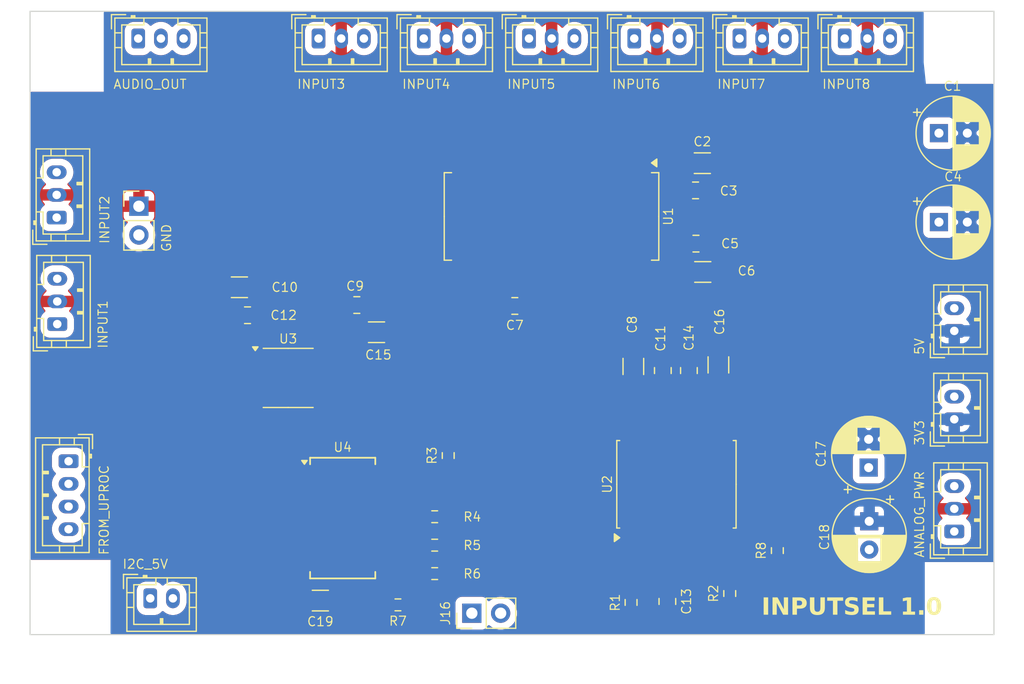
<source format=kicad_pcb>
(kicad_pcb (version 20240108) (generator "pcbnew") (generator_version "8.0")
  (layers (0 "F.Cu" signal) (1 "In1.Cu" signal) (2 "In2.Cu" signal) (31 "B.Cu" signal) (34 "B.Paste" user) (35 "F.Paste" user) (36 "B.SilkS" user "B.Silkscreen") (37 "F.SilkS" user "F.Silkscreen") (38 "B.Mask" user) (39 "F.Mask" user) (44 "Edge.Cuts" user))
  (net 0 "")
  (net 1 "GND")
  (net 2 "AGND")
  (net 3 "RCA1_L")
  (net 4 "RCA1_R")
  (net 5 "RCA2_L")
  (net 6 "RCA2_R")
  (net 7 "RCA3_L")
  (net 8 "RCA4_L")
  (net 9 "RCA4_R")
  (net 10 "3V3")
  (net 11 "RCA3_R")
  (net 12 "V-")
  (net 13 "V+")
  (net 14 "GND_OUT")
  (net 15 "CNT1")
  (net 16 "CNT2")
  (net 17 "SPI_CLK")
  (net 18 "CNT3")
  (net 19 "RCA5_L")
  (net 20 "RCA6_L")
  (net 21 "RCA6_R")
  (net 22 "RCA5_R")
  (net 23 "SPI_MISO")
  (net 24 "ZERO_EN")
  (net 25 "VOL_ENABLE")
  (net 26 "MUTE")
  (net 27 "OUT_L_PRE")
  (net 28 "OUT_R")
  (net 29 "OUT_R_PRE")
  (net 30 "OUT_L")
  (net 31 "5V")
  (net 32 "SDA_5V")
  (net 33 "SCL_5V")
  (net 34 "CS3310_CS")
  (net 35 "SPI_MOSI")
  (net 36 "SPI_IN_5V")
  (net 37 "SPI_CLK_5V")
  (net 38 "SPI_OUT_5V")
  (net 39 "RCA7_L")
  (net 40 "RCA7_R")
  (net 41 "RCA8_R")
  (net 42 "RCA8_L")
  (net 43 "Net-(J16-Pin_1)")
  (net 44 "Net-(U4-~{RESET})")
  (footprint "Connector_PinHeader_2.54mm:PinHeader_1x02_P2.54mm_Vertical" (layer "F.Cu") (at 96.0364 78.365)
    (property "Reference" "J7" (hide yes))
    (property "Value" "Conn_01x02_Male")
    (pad "1" thru_hole rect (at 0 0) (size 1.7 1.7) (drill 1) (layers "*.Cu" "*.Mask") (net 2 "AGND"))
    (pad "2" thru_hole oval (at 0 2.54) (size 1.7 1.7) (drill 1) (layers "*.Cu" "*.Mask") (net 14 "GND_OUT"))
  )
  (footprint "Capacitor_SMD:C_1206_3216Metric_Pad1.33x1.80mm_HandSolder" (layer "F.Cu") (at 145.7589 84.165 180)
    (property "Reference" "C6" (at -3.8625 0.1 0) (layer "F.SilkS") (effects (font (size 0.8 0.8) (thickness 0.1))))
    (property "Value" "10U")
    (pad "1" smd roundrect (at -1.5625 0 180) (size 1.325 1.8) (layers "F.Cu" "F.Paste" "F.Mask") (roundrect_rratio 0.188679) (net 2 "AGND"))
    (pad "2" smd roundrect (at 1.5625 0 180) (size 1.325 1.8) (layers "F.Cu" "F.Paste" "F.Mask") (roundrect_rratio 0.188679) (net 12 "V-"))
  )
  (footprint "MountingHole:MountingHole_3.2mm_M3" (layer "F.Cu") (at 168.9364 113.665)
    (property "Reference" "H4" (hide yes))
    (property "Value" "MountingHole")
    (pad "" np_thru_hole circle (at 0 0) (size 3.2 3.2) (drill 3.2) (layers "*.Cu" "*.Mask"))
  )
  (footprint "Capacitor_SMD:C_1206_3216Metric_Pad1.33x1.80mm_HandSolder" (layer "F.Cu") (at 147.1364 92.365 90)
    (property "Reference" "C16" (at 3.8 0.1 90) (layer "F.SilkS") (effects (font (size 0.8 0.8) (thickness 0.1))))
    (property "Value" "10U")
    (pad "1" smd roundrect (at -1.5625 0 90) (size 1.325 1.8) (layers "F.Cu" "F.Paste" "F.Mask") (roundrect_rratio 0.188679) (net 12 "V-"))
    (pad "2" smd roundrect (at 1.5625 0 90) (size 1.325 1.8) (layers "F.Cu" "F.Paste" "F.Mask") (roundrect_rratio 0.188679) (net 2 "AGND"))
  )
  (footprint "Connector_JST:JST_PH_B3B-PH-K_1x03_P2.00mm_Vertical" (layer "F.Cu") (at 148.9964 63.565)
    (property "Reference" "J5" (hide yes))
    (property "Value" "Conn_01x03_Pin")
    (pad "1" thru_hole roundrect (at 0 0) (size 1.2 1.75) (drill 0.75) (layers "*.Cu" "*.Mask") (roundrect_rratio 0.208333) (net 39 "RCA7_L"))
    (pad "2" thru_hole oval (at 2 0) (size 1.2 1.75) (drill 0.75) (layers "*.Cu" "*.Mask") (net 2 "AGND"))
    (pad "3" thru_hole oval (at 4 0) (size 1.2 1.75) (drill 0.75) (layers "*.Cu" "*.Mask") (net 40 "RCA7_R"))
  )
  (footprint "Resistor_SMD:R_0603_1608Metric_Pad0.98x0.95mm_HandSolder" (layer "F.Cu") (at 152.3364 108.7525 90)
    (property "Reference" "R8" (at 0 -1.43 90) (layer "F.SilkS") (effects (font (size 0.8 0.8) (thickness 0.1))))
    (property "Value" "4.7K")
    (pad "1" smd roundrect (at -0.9125 0 90) (size 0.975 0.95) (layers "F.Cu" "F.Paste" "F.Mask") (net 1 "GND"))
    (pad "2" smd roundrect (at 0.9125 0 90) (size 0.975 0.95) (layers "F.Cu" "F.Paste" "F.Mask") (net 26 "MUTE"))
  )
  (footprint "Capacitor_SMD:C_1206_3216Metric_Pad1.33x1.80mm_HandSolder" (layer "F.Cu") (at 116.9897 89.4832)
    (property "Reference" "C15" (at 0.1625 2 0) (layer "F.SilkS") (effects (font (size 0.8 0.8) (thickness 0.1))))
    (property "Value" "10U")
    (pad "1" smd roundrect (at -1.5625 0) (size 1.325 1.8) (layers "F.Cu" "F.Paste" "F.Mask") (roundrect_rratio 0.188679) (net 31 "5V"))
    (pad "2" smd roundrect (at 1.5625 0) (size 1.325 1.8) (layers "F.Cu" "F.Paste" "F.Mask") (roundrect_rratio 0.188679) (net 1 "GND"))
  )
  (footprint "Capacitor_SMD:C_1206_3216Metric_Pad1.33x1.80mm_HandSolder" (layer "F.Cu") (at 104.8989 85.515 180)
    (property "Reference" "C10" (at -4 0 0) (layer "F.SilkS") (effects (font (size 0.8 0.8) (thickness 0.1))))
    (property "Value" "10U")
    (pad "1" smd roundrect (at -1.5625 0 180) (size 1.325 1.8) (layers "F.Cu" "F.Paste" "F.Mask") (roundrect_rratio 0.188679) (net 10 "3V3"))
    (pad "2" smd roundrect (at 1.5625 0 180) (size 1.325 1.8) (layers "F.Cu" "F.Paste" "F.Mask") (roundrect_rratio 0.188679) (net 1 "GND"))
  )
  (footprint "Resistor_SMD:R_0603_1608Metric_Pad0.98x0.95mm_HandSolder" (layer "F.Cu") (at 148.1364 112.54 90)
    (property "Reference" "R2" (at 0 -1.43 90) (layer "F.SilkS") (effects (font (size 0.8 0.8) (thickness 0.1))))
    (property "Value" "4.7K")
    (pad "1" smd roundrect (at -0.9125 0 90) (size 0.975 0.95) (layers "F.Cu" "F.Paste" "F.Mask") (net 1 "GND"))
    (pad "2" smd roundrect (at 0.9125 0 90) (size 0.975 0.95) (layers "F.Cu" "F.Paste" "F.Mask") (net 26 "MUTE"))
  )
  (footprint "Connector_JST:JST_PH_B3B-PH-K_1x03_P2.00mm_Vertical" (layer "F.Cu") (at 111.8764 63.565)
    (property "Reference" "J1" (hide yes))
    (property "Value" "Conn_01x03_Pin")
    (pad "1" thru_hole roundrect (at 0 0) (size 1.2 1.75) (drill 0.75) (layers "*.Cu" "*.Mask") (roundrect_rratio 0.2083333333) (net 7 "RCA3_L"))
    (pad "2" thru_hole oval (at 2 0) (size 1.2 1.75) (drill 0.75) (layers "*.Cu" "*.Mask") (net 2 "AGND"))
    (pad "3" thru_hole oval (at 4 0) (size 1.2 1.75) (drill 0.75) (layers "*.Cu" "*.Mask") (net 11 "RCA3_R"))
  )
  (footprint "Package_SO:SOIC-16W_7.5x10.3mm_P1.27mm" (layer "F.Cu") (at 143.4364 102.9025 90)
    (property "Reference" "U2" (at 0 -6.1 90) (layer "F.SilkS") (effects (font (size 0.8 0.8) (thickness 0.1))))
    (property "Value" "CS3310")
    (pad "1" smd roundrect (at -4.65 -4.445 90) (size 2.05 0.6) (layers "F.Cu" "F.Paste" "F.Mask") (net 24 "ZERO_EN"))
    (pad "2" smd roundrect (at -4.65 -3.175 90) (size 2.05 0.6) (layers "F.Cu" "F.Paste" "F.Mask") (net 25 "VOL_ENABLE"))
    (pad "3" smd roundrect (at -4.65 -1.905 90) (size 2.05 0.6) (layers "F.Cu" "F.Paste" "F.Mask") (net 36 "SPI_IN_5V"))
    (pad "4" smd roundrect (at -4.65 -0.635 90) (size 2.05 0.6) (layers "F.Cu" "F.Paste" "F.Mask") (net 13 "V+"))
    (pad "5" smd roundrect (at -4.65 0.635 90) (size 2.05 0.6) (layers "F.Cu" "F.Paste" "F.Mask") (net 1 "GND"))
    (pad "6" smd roundrect (at -4.65 1.905 90) (size 2.05 0.6) (layers "F.Cu" "F.Paste" "F.Mask") (net 37 "SPI_CLK_5V"))
    (pad "7" smd roundrect (at -4.65 3.175 90) (size 2.05 0.6) (layers "F.Cu" "F.Paste" "F.Mask") (net 38 "SPI_OUT_5V"))
    (pad "8" smd roundrect (at -4.65 4.445 90) (size 2.05 0.6) (layers "F.Cu" "F.Paste" "F.Mask") (net 26 "MUTE"))
    (pad "9" smd roundrect (at 4.65 4.445 90) (size 2.05 0.6) (layers "F.Cu" "F.Paste" "F.Mask") (net 28 "OUT_R"))
    (pad "10" smd roundrect (at 4.65 3.175 90) (size 2.05 0.6) (layers "F.Cu" "F.Paste" "F.Mask") (net 2 "AGND"))
    (pad "11" smd roundrect (at 4.65 1.905 90) (size 2.05 0.6) (layers "F.Cu" "F.Paste" "F.Mask") (net 28 "OUT_R"))
    (pad "12" smd roundrect (at 4.65 0.635 90) (size 2.05 0.6) (layers "F.Cu" "F.Paste" "F.Mask") (net 13 "V+"))
    (pad "13" smd roundrect (at 4.65 -0.635 90) (size 2.05 0.6) (layers "F.Cu" "F.Paste" "F.Mask") (net 12 "V-"))
    (pad "14" smd roundrect (at 4.65 -1.905 90) (size 2.05 0.6) (layers "F.Cu" "F.Paste" "F.Mask") (net 30 "OUT_L"))
    (pad "15" smd roundrect (at 4.65 -3.175 90) (size 2.05 0.6) (layers "F.Cu" "F.Paste" "F.Mask") (net 2 "AGND"))
    (pad "16" smd roundrect (at 4.65 -4.445 90) (size 2.05 0.6) (layers "F.Cu" "F.Paste" "F.Mask") (net 30 "OUT_L"))
  )
  (footprint "Resistor_SMD:R_0603_1608Metric_Pad0.98x0.95mm_HandSolder" (layer "F.Cu") (at 123.3114 100.365 90)
    (property "Reference" "R3" (at 0 -1.43 90) (layer "F.SilkS") (effects (font (size 0.8 0.8) (thickness 0.1))))
    (property "Value" "4.7K")
    (pad "1" smd roundrect (at -0.9125 0 90) (size 0.975 0.95) (layers "F.Cu" "F.Paste" "F.Mask") (net 31 "5V"))
    (pad "2" smd roundrect (at 0.9125 0 90) (size 0.975 0.95) (layers "F.Cu" "F.Paste" "F.Mask") (net 44 "Net-(U4-~{RESET})"))
  )
  (footprint "Connector_JST:JST_PH_B3B-PH-K_1x03_P2.00mm_Vertical" (layer "F.Cu") (at 139.7164 63.565)
    (property "Reference" "J4" (hide yes))
    (property "Value" "Conn_01x03_Pin")
    (pad "1" thru_hole roundrect (at 0 0) (size 1.2 1.75) (drill 0.75) (layers "*.Cu" "*.Mask") (roundrect_rratio 0.208333) (net 19 "RCA5_L"))
    (pad "2" thru_hole oval (at 2 0) (size 1.2 1.75) (drill 0.75) (layers "*.Cu" "*.Mask") (net 2 "AGND"))
    (pad "3" thru_hole oval (at 4 0) (size 1.2 1.75) (drill 0.75) (layers "*.Cu" "*.Mask") (net 22 "RCA5_R"))
  )
  (footprint "Capacitor_SMD:C_0805_2012Metric_Pad1.18x1.45mm_HandSolder" (layer "F.Cu") (at 129.1839 87.165)
    (property "Reference" "C7" (at 0 1.7 0) (layer "F.SilkS") (effects (font (size 0.8 0.8) (thickness 0.1))))
    (property "Value" "0.1U")
    (pad "1" smd roundrect (at -1.0375 0) (size 1.175 1.45) (layers "F.Cu" "F.Paste" "F.Mask") (roundrect_rratio 0.212766) (net 13 "V+"))
    (pad "2" smd roundrect (at 1.0375 0) (size 1.175 1.45) (layers "F.Cu" "F.Paste" "F.Mask") (roundrect_rratio 0.212766) (net 2 "AGND"))
  )
  (footprint "Capacitor_THT:CP_Radial_D6.3mm_P2.50mm" (layer "F.Cu") (at 166.5864 71.915)
    (property "Reference" "C1" (at 1.2 -4.15 0) (layer "F.SilkS") (effects (font (size 0.8 0.8) (thickness 0.1))))
    (property "Value" "470u")
    (pad "1" thru_hole rect (at 0 0) (size 1.6 1.6) (drill 0.8) (layers "*.Cu" "*.Mask") (net 10 "3V3"))
    (pad "2" thru_hole circle (at 2.5 0) (size 1.6 1.6) (drill 0.8) (layers "*.Cu" "*.Mask") (net 1 "GND"))
  )
  (footprint "Capacitor_SMD:C_0805_2012Metric_Pad1.18x1.45mm_HandSolder" (layer "F.Cu") (at 144.5364 92.865 90)
    (property "Reference" "C14" (at 2.9 0 90) (layer "F.SilkS") (effects (font (size 0.8 0.8) (thickness 0.1))))
    (property "Value" "0.1U")
    (pad "1" smd roundrect (at -1.0375 0 90) (size 1.175 1.45) (layers "F.Cu" "F.Paste" "F.Mask") (roundrect_rratio 0.212766) (net 12 "V-"))
    (pad "2" smd roundrect (at 1.0375 0 90) (size 1.175 1.45) (layers "F.Cu" "F.Paste" "F.Mask") (roundrect_rratio 0.212766) (net 2 "AGND"))
  )
  (footprint "Connector_JST:JST_PH_B4B-PH-K_1x04_P2.00mm_Vertical" (layer "F.Cu") (at 89.8364 100.865 -90)
    (property "Reference" "J12" (hide yes))
    (property "Value" "Conn_01x04_Pin")
    (pad "1" thru_hole roundrect (at 0 0 270) (size 1.2 1.75) (drill 0.75) (layers "*.Cu" "*.Mask") (roundrect_rratio 0.208333) (net 23 "SPI_MISO"))
    (pad "2" thru_hole oval (at 2 0 270) (size 1.2 1.75) (drill 0.75) (layers "*.Cu" "*.Mask") (net 35 "SPI_MOSI"))
    (pad "3" thru_hole oval (at 4 0 270) (size 1.2 1.75) (drill 0.75) (layers "*.Cu" "*.Mask") (net 17 "SPI_CLK"))
    (pad "4" thru_hole oval (at 6 0 270) (size 1.2 1.75) (drill 0.75) (layers "*.Cu" "*.Mask") (net 34 "CS3310_CS"))
  )
  (footprint "Package_SO:SSOP-28_5.3x10.2mm_P0.65mm" (layer "F.Cu") (at 114.0067 105.8831)
    (property "Reference" "U4" (at 0 -6.25 0) (layer "F.SilkS") (effects (font (size 0.8 0.8) (thickness 0.1))))
    (property "Value" "MCP23017_SS")
    (pad "1" smd rect (at -3.6 -4.225) (size 1.75 0.45) (layers "F.Cu" "F.Paste" "F.Mask") (net 26 "MUTE"))
    (pad "2" smd rect (at -3.6 -3.575) (size 1.75 0.45) (layers "F.Cu" "F.Paste" "F.Mask") (net 24 "ZERO_EN"))
    (pad "3" smd rect (at -3.6 -2.925) (size 1.75 0.45) (layers "F.Cu" "F.Paste" "F.Mask"))
    (pad "4" smd rect (at -3.6 -2.275) (size 1.75 0.45) (layers "F.Cu" "F.Paste" "F.Mask"))
    (pad "5" smd rect (at -3.6 -1.625) (size 1.75 0.45) (layers "F.Cu" "F.Paste" "F.Mask"))
    (pad "6" smd rect (at -3.6 -0.975) (size 1.75 0.45) (layers "F.Cu" "F.Paste" "F.Mask"))
    (pad "7" smd rect (at -3.6 -0.325) (size 1.75 0.45) (layers "F.Cu" "F.Paste" "F.Mask"))
    (pad "8" smd rect (at -3.6 0.325) (size 1.75 0.45) (layers "F.Cu" "F.Paste" "F.Mask"))
    (pad "9" smd rect (at -3.6 0.975) (size 1.75 0.45) (layers "F.Cu" "F.Paste" "F.Mask") (net 31 "5V"))
    (pad "10" smd rect (at -3.6 1.625) (size 1.75 0.45) (layers "F.Cu" "F.Paste" "F.Mask") (net 1 "GND"))
    (pad "11" smd rect (at -3.6 2.275) (size 1.75 0.45) (layers "F.Cu" "F.Paste" "F.Mask"))
    (pad "12" smd rect (at -3.6 2.925) (size 1.75 0.45) (layers "F.Cu" "F.Paste" "F.Mask") (net 33 "SCL_5V"))
    (pad "13" smd rect (at -3.6 3.575) (size 1.75 0.45) (layers "F.Cu" "F.Paste" "F.Mask") (net 32 "SDA_5V"))
    (pad "14" smd rect (at -3.6 4.225) (size 1.75 0.45) (layers "F.Cu" "F.Paste" "F.Mask"))
    (pad "15" smd rect (at 3.6 4.225) (size 1.75 0.45) (layers "F.Cu" "F.Paste" "F.Mask") (net 43 "Net-(J16-Pin_1)"))
    (pad "16" smd rect (at 3.6 3.575) (size 1.75 0.45) (layers "F.Cu" "F.Paste" "F.Mask") (net 1 "GND"))
    (pad "17" smd rect (at 3.6 2.925) (size 1.75 0.45) (layers "F.Cu" "F.Paste" "F.Mask") (net 1 "GND"))
    (pad "18" smd rect (at 3.6 2.275) (size 1.75 0.45) (layers "F.Cu" "F.Paste" "F.Mask") (net 44 "Net-(U4-~{RESET})"))
    (pad "19" smd rect (at 3.6 1.625) (size 1.75 0.45) (layers "F.Cu" "F.Paste" "F.Mask"))
    (pad "20" smd rect (at 3.6 0.975) (size 1.75 0.45) (layers "F.Cu" "F.Paste" "F.Mask"))
    (pad "21" smd rect (at 3.6 0.325) (size 1.75 0.45) (layers "F.Cu" "F.Paste" "F.Mask") (net 15 "CNT1"))
    (pad "22" smd rect (at 3.6 -0.325) (size 1.75 0.45) (layers "F.Cu" "F.Paste" "F.Mask") (net 16 "CNT2"))
    (pad "23" smd rect (at 3.6 -0.975) (size 1.75 0.45) (layers "F.Cu" "F.Paste" "F.Mask") (net 18 "CNT3"))
    (pad "24" smd rect (at 3.6 -1.625) (size 1.75 0.45) (layers "F.Cu" "F.Paste" "F.Mask"))
    (pad "25" smd rect (at 3.6 -2.275) (size 1.75 0.45) (layers "F.Cu" "F.Paste" "F.Mask"))
    (pad "26" smd rect (at 3.6 -2.925) (size 1.75 0.45) (layers "F.Cu" "F.Paste" "F.Mask"))
    (pad "27" smd rect (at 3.6 -3.575) (size 1.75 0.45) (layers "F.Cu" "F.Paste" "F.Mask"))
    (pad "28" smd rect (at 3.6 -4.225) (size 1.75 0.45) (layers "F.Cu" "F.Paste" "F.Mask"))
  )
  (footprint "MountingHole:MountingHole_3.2mm_M3" (layer "F.Cu") (at 88.9364 63.665)
    (property "Reference" "H1" (hide yes))
    (property "Value" "MountingHole")
    (pad "" np_thru_hole circle (at 0 0) (size 3.2 3.2) (drill 3.2) (layers "*.Cu" "*.Mask"))
  )
  (footprint "Connector_JST:JST_PH_B2B-PH-K_1x02_P2.00mm_Vertical" (layer "F.Cu") (at 167.9364 97.165 90)
    (property "Reference" "J11" (hide yes))
    (property "Value" "Conn_01x02_Male")
    (pad "1" thru_hole roundrect (at 0 0 90) (size 1.2 1.75) (drill 0.75) (layers "*.Cu" "*.Mask") (roundrect_rratio 0.208333) (net 1 "GND"))
    (pad "2" thru_hole oval (at 2 0 90) (size 1.2 1.75) (drill 0.75) (layers "*.Cu" "*.Mask") (net 10 "3V3"))
  )
  (footprint "Resistor_SMD:R_0603_1608Metric_Pad0.98x0.95mm_HandSolder" (layer "F.Cu") (at 122.1192 110.7831)
    (property "Reference" "R6" (at 3.3125 0.02 0) (layer "F.SilkS") (effects (font (size 0.8 0.8) (thickness 0.1))))
    (property "Value" "4.7K")
    (pad "1" smd roundrect (at -0.9125 0) (size 0.975 0.95) (layers "F.Cu" "F.Paste" "F.Mask") (net 1 "GND"))
    (pad "2" smd roundrect (at 0.9125 0) (size 0.975 0.95) (layers "F.Cu" "F.Paste" "F.Mask") (net 15 "CNT1"))
  )
  (footprint "Capacitor_SMD:C_0805_2012Metric_Pad1.18x1.45mm_HandSolder" (layer "F.Cu") (at 145.1589 81.665)
    (property "Reference" "C5" (at 3 0 0) (layer "F.SilkS") (effects (font (size 0.8 0.8) (thickness 0.1))))
    (property "Value" "0.1U")
    (pad "1" smd roundrect (at -1.0375 0) (size 1.175 1.45) (layers "F.Cu" "F.Paste" "F.Mask") (roundrect_rratio 0.212766) (net 12 "V-"))
    (pad "2" smd roundrect (at 1.0375 0) (size 1.175 1.45) (layers "F.Cu" "F.Paste" "F.Mask") (roundrect_rratio 0.212766) (net 2 "AGND"))
  )
  (footprint "Connector_JST:JST_PH_B3B-PH-K_1x03_P2.00mm_Vertical" (layer "F.Cu") (at 88.7864 79.365 90)
    (property "Reference" "J9" (hide yes))
    (property "Value" "Conn_01x03_Pin")
    (pad "1" thru_hole roundrect (at 0 0 90) (size 1.2 1.75) (drill 0.75) (layers "*.Cu" "*.Mask") (roundrect_rratio 0.2083333333) (net 5 "RCA2_L"))
    (pad "2" thru_hole oval (at 2 0 90) (size 1.2 1.75) (drill 0.75) (layers "*.Cu" "*.Mask") (net 2 "AGND"))
    (pad "3" thru_hole oval (at 4 0 90) (size 1.2 1.75) (drill 0.75) (layers "*.Cu" "*.Mask") (net 6 "RCA2_R"))
  )
  (footprint "Connector_JST:JST_PH_B3B-PH-K_1x03_P2.00mm_Vertical" (layer "F.Cu") (at 88.8364 88.765 90)
    (property "Reference" "J15" (hide yes))
    (property "Value" "Conn_01x03_Pin")
    (pad "1" thru_hole roundrect (at 0 0 90) (size 1.2 1.75) (drill 0.75) (layers "*.Cu" "*.Mask") (roundrect_rratio 0.2083333333) (net 3 "RCA1_L"))
    (pad "2" thru_hole oval (at 2 0 90) (size 1.2 1.75) (drill 0.75) (layers "*.Cu" "*.Mask") (net 2 "AGND"))
    (pad "3" thru_hole oval (at 4 0 90) (size 1.2 1.75) (drill 0.75) (layers "*.Cu" "*.Mask") (net 4 "RCA1_R"))
  )
  (footprint "Resistor_SMD:R_0603_1608Metric_Pad0.98x0.95mm_HandSolder" (layer "F.Cu") (at 139.4364 113.3275 -90)
    (property "Reference" "R1" (at 0.0125 1.4 90) (layer "F.SilkS") (effects (font (size 0.8 0.8) (thickness 0.1))))
    (property "Value" "4.7K")
    (pad "1" smd roundrect (at -0.9125 0 270) (size 0.975 0.95) (layers "F.Cu" "F.Paste" "F.Mask") (net 31 "5V"))
    (pad "2" smd roundrect (at 0.9125 0 270) (size 0.975 0.95) (layers "F.Cu" "F.Paste" "F.Mask") (net 24 "ZERO_EN"))
  )
  (footprint "Resistor_SMD:R_0603_1608Metric_Pad0.98x0.95mm_HandSolder" (layer "F.Cu") (at 122.1192 105.7631)
    (property "Reference" "R4" (at 3.3125 0.02 0) (layer "F.SilkS") (effects (font (size 0.8 0.8) (thickness 0.1))))
    (property "Value" "4.7K")
    (pad "1" smd roundrect (at -0.9125 0) (size 0.975 0.95) (layers "F.Cu" "F.Paste" "F.Mask") (net 1 "GND"))
    (pad "2" smd roundrect (at 0.9125 0) (size 0.975 0.95) (layers "F.Cu" "F.Paste" "F.Mask") (net 18 "CNT3"))
  )
  (footprint "Resistor_SMD:R_0603_1608Metric_Pad0.98x0.95mm_HandSolder" (layer "F.Cu") (at 122.1192 108.2731)
    (property "Reference" "R5" (at 3.3125 0.02 0) (layer "F.SilkS") (effects (font (size 0.8 0.8) (thickness 0.1))))
    (property "Value" "4.7K")
    (pad "1" smd roundrect (at -0.9125 0) (size 0.975 0.95) (layers "F.Cu" "F.Paste" "F.Mask") (net 1 "GND"))
    (pad "2" smd roundrect (at 0.9125 0) (size 0.975 0.95) (layers "F.Cu" "F.Paste" "F.Mask") (net 16 "CNT2"))
  )
  (footprint "Capacitor_SMD:C_1206_3216Metric_Pad1.33x1.80mm_HandSolder" (layer "F.Cu") (at 145.7214 74.565)
    (property "Reference" "C2" (at 0 -1.9 0) (layer "F.SilkS") (effects (font (size 0.8 0.8) (thickness 0.1))))
    (property "Value" "10U")
    (pad "1" smd roundrect (at -1.5625 0) (size 1.325 1.8) (layers "F.Cu" "F.Paste" "F.Mask") (roundrect_rratio 0.188679) (net 13 "V+"))
    (pad "2" smd roundrect (at 1.5625 0) (size 1.325 1.8) (layers "F.Cu" "F.Paste" "F.Mask") (roundrect_rratio 0.188679) (net 2 "AGND"))
  )
  (footprint "Connector_JST:JST_PH_B3B-PH-K_1x03_P2.00mm_Vertical" (layer "F.Cu") (at 95.9764 63.565)
    (property "Reference" "J18" (hide yes))
    (property "Value" "Conn_01x03_Pin")
    (pad "1" thru_hole roundrect (at 0 0) (size 1.2 1.75) (drill 0.75) (layers "*.Cu" "*.Mask") (roundrect_rratio 0.208333) (net 30 "OUT_L"))
    (pad "2" thru_hole oval (at 2 0) (size 1.2 1.75) (drill 0.75) (layers "*.Cu" "*.Mask") (net 14 "GND_OUT"))
    (pad "3" thru_hole oval (at 4 0) (size 1.2 1.75) (drill 0.75) (layers "*.Cu" "*.Mask") (net 28 "OUT_R"))
  )
  (footprint "Capacitor_SMD:C_0805_2012Metric_Pad1.18x1.45mm_HandSolder" (layer "F.Cu") (at 145.1214 76.965)
    (property "Reference" "C3" (at 2.922475 0.045277 0) (layer "F.SilkS") (effects (font (size 0.8 0.8) (thickness 0.1))))
    (property "Value" "0.1U")
    (pad "1" smd roundrect (at -1.0375 0) (size 1.175 1.45) (layers "F.Cu" "F.Paste" "F.Mask") (roundrect_rratio 0.212766) (net 13 "V+"))
    (pad "2" smd roundrect (at 1.0375 0) (size 1.175 1.45) (layers "F.Cu" "F.Paste" "F.Mask") (roundrect_rratio 0.212766) (net 2 "AGND"))
  )
  (footprint "Package_SO:TSSOP-14_4.4x5mm_P0.65mm" (layer "F.Cu") (at 109.1989 93.515)
    (property "Reference" "U3" (at 0 -3.45 0) (layer "F.SilkS") (effects (font (size 0.8 0.8) (thickness 0.1))))
    (property "Value" "TXS0104E")
    (pad "1" smd roundrect (at -2.8625 -1.95) (size 1.475 0.4) (layers "F.Cu" "F.Paste" "F.Mask") (net 10 "3V3"))
    (pad "2" smd roundrect (at -2.8625 -1.3) (size 1.475 0.4) (layers "F.Cu" "F.Paste" "F.Mask") (net 35 "SPI_MOSI"))
    (pad "3" smd roundrect (at -2.8625 -0.65) (size 1.475 0.4) (layers "F.Cu" "F.Paste" "F.Mask") (net 23 "SPI_MISO"))
    (pad "4" smd roundrect (at -2.8625 0) (size 1.475 0.4) (layers "F.Cu" "F.Paste" "F.Mask") (net 17 "SPI_CLK"))
    (pad "5" smd roundrect (at -2.8625 0.65) (size 1.475 0.4) (layers "F.Cu" "F.Paste" "F.Mask") (net 34 "CS3310_CS"))
    (pad "6" smd roundrect (at -2.8625 1.3) (size 1.475 0.4) (layers "F.Cu" "F.Paste" "F.Mask"))
    (pad "7" smd roundrect (at -2.8625 1.95) (size 1.475 0.4) (layers "F.Cu" "F.Paste" "F.Mask") (net 1 "GND"))
    (pad "8" smd roundrect (at 2.8625 1.95) (size 1.475 0.4) (layers "F.Cu" "F.Paste" "F.Mask") (net 10 "3V3"))
    (pad "9" smd roundrect (at 2.8625 1.3) (size 1.475 0.4) (layers "F.Cu" "F.Paste" "F.Mask"))
    (pad "10" smd roundrect (at 2.8625 0.65) (size 1.475 0.4) (layers "F.Cu" "F.Paste" "F.Mask") (net 25 "VOL_ENABLE"))
    (pad "11" smd roundrect (at 2.8625 0) (size 1.475 0.4) (layers "F.Cu" "F.Paste" "F.Mask") (net 37 "SPI_CLK_5V"))
    (pad "12" smd roundrect (at 2.8625 -0.65) (size 1.475 0.4) (layers "F.Cu" "F.Paste" "F.Mask") (net 38 "SPI_OUT_5V"))
    (pad "13" smd roundrect (at 2.8625 -1.3) (size 1.475 0.4) (layers "F.Cu" "F.Paste" "F.Mask") (net 36 "SPI_IN_5V"))
    (pad "14" smd roundrect (at 2.8625 -1.95) (size 1.475 0.4) (layers "F.Cu" "F.Paste" "F.Mask") (net 31 "5V"))
  )
  (footprint "Connector_JST:JST_PH_B3B-PH-K_1x03_P2.00mm_Vertical" (layer "F.Cu") (at 158.2764 63.565)
    (property "Reference" "J17" (hide yes))
    (property "Value" "Conn_01x03_Pin")
    (pad "1" thru_hole roundrect (at 0 0) (size 1.2 1.75) (drill 0.75) (layers "*.Cu" "*.Mask") (roundrect_rratio 0.208333) (net 42 "RCA8_L"))
    (pad "2" thru_hole oval (at 2 0) (size 1.2 1.75) (drill 0.75) (layers "*.Cu" "*.Mask") (net 2 "AGND"))
    (pad "3" thru_hole oval (at 4 0) (size 1.2 1.75) (drill 0.75) (layers "*.Cu" "*.Mask") (net 41 "RCA8_R"))
  )
  (footprint "Capacitor_SMD:C_0805_2012Metric_Pad1.18x1.45mm_HandSolder" (layer "F.Cu") (at 142.6364 113.24 -90)
    (property "Reference" "C13" (at 0 -1.68 90) (layer "F.SilkS") (effects (font (size 0.8 0.8) (thickness 0.1))))
    (property "Value" "0.1U")
    (pad "1" smd roundrect (at -1.0375 0 270) (size 1.175 1.45) (layers "F.Cu" "F.Paste" "F.Mask") (roundrect_rratio 0.212766) (net 31 "5V"))
    (pad "2" smd roundrect (at 1.0375 0 270) (size 1.175 1.45) (layers "F.Cu" "F.Paste" "F.Mask") (roundrect_rratio 0.212766) (net 1 "GND"))
  )
  (footprint "Capacitor_SMD:C_1206_3216Metric_Pad1.33x1.80mm_HandSolder" (layer "F.Cu") (at 112.0364 113.165 180)
    (property "Reference" "C19" (at 0 -1.85 0) (layer "F.SilkS") (effects (font (size 0.8 0.8) (thickness 0.1))))
    (property "Value" "10U")
    (pad "1" smd roundrect (at -1.5625 0 180) (size 1.325 1.8) (layers "F.Cu" "F.Paste" "F.Mask") (roundrect_rratio 0.188679) (net 1 "GND"))
    (pad "2" smd roundrect (at 1.5625 0 180) (size 1.325 1.8) (layers "F.Cu" "F.Paste" "F.Mask") (roundrect_rratio 0.188679) (net 31 "5V"))
  )
  (footprint "Connector_PinHeader_2.54mm:PinHeader_1x02_P2.54mm_Vertical" (layer "F.Cu") (at 125.3943 114.2771 90)
    (property "Reference" "J16" (at 0 -2.33 90) (layer "F.SilkS") (effects (font (size 0.8 0.8) (thickness 0.1))))
    (property "Value" "Conn_01x02_Pin")
    (pad "1" thru_hole rect (at 0 0 90) (size 1.7 1.7) (drill 1) (layers "*.Cu" "*.Mask") (net 43 "Net-(J16-Pin_1)"))
    (pad "2" thru_hole oval (at 0 2.54 90) (size 1.7 1.7) (drill 1) (layers "*.Cu" "*.Mask") (net 31 "5V"))
  )
  (footprint "Capacitor_SMD:C_0805_2012Metric_Pad1.18x1.45mm_HandSolder" (layer "F.Cu") (at 142.2364 92.865 90)
    (property "Reference" "C11" (at 2.8375 -0.2 90) (layer "F.SilkS") (effects (font (size 0.8 0.8) (thickness 0.1))))
    (property "Value" "0.1U")
    (pad "1" smd roundrect (at -1.0375 0 90) (size 1.175 1.45) (layers "F.Cu" "F.Paste" "F.Mask") (roundrect_rratio 0.212766) (net 13 "V+"))
    (pad "2" smd roundrect (at 1.0375 0 90) (size 1.175 1.45) (layers "F.Cu" "F.Paste" "F.Mask") (roundrect_rratio 0.212766) (net 2 "AGND"))
  )
  (footprint "Connector_JST:JST_PH_B2B-PH-K_1x02_P2.00mm_Vertical" (layer "F.Cu") (at 97.0364 112.965)
    (property "Reference" "J14" (hide yes))
    (property "Value" "Conn_01x02_Male")
    (pad "1" thru_hole roundrect (at 0 0) (size 1.2 1.75) (drill 0.75) (layers "*.Cu" "*.Mask") (roundrect_rratio 0.2083333333) (net 33 "SCL_5V"))
    (pad "2" thru_hole oval (at 2 0) (size 1.2 1.75) (drill 0.75) (layers "*.Cu" "*.Mask") (net 32 "SDA_5V"))
  )
  (footprint "Capacitor_SMD:C_0805_2012Metric_Pad1.18x1.45mm_HandSolder" (layer "F.Cu") (at 105.6147 87.9832 180)
    (property "Reference" "C12" (at -3.1842 0.000915 0) (layer "F.SilkS") (effects (font (size 0.8 0.8) (thickness 0.1))))
    (property "Value" "0.1U")
    (pad "1" smd roundrect (at -1.0375 0 180) (size 1.175 1.45) (layers "F.Cu" "F.Paste" "F.Mask") (roundrect_rratio 0.212766) (net 10 "3V3"))
    (pad "2" smd roundrect (at 1.0375 0 180) (size 1.175 1.45) (layers "F.Cu" "F.Paste" "F.Mask") (roundrect_rratio 0.212766) (net 1 "GND"))
  )
  (footprint "Resistor_SMD:R_0603_1608Metric_Pad0.98x0.95mm_HandSolder" (layer "F.Cu") (at 118.8794 113.5416 180)
    (property "Reference" "R7" (at 0 -1.43 0) (layer "F.SilkS") (effects (font (size 0.8 0.8) (thickness 0.1))))
    (property "Value" "4.7K")
    (pad "1" smd roundrect (at -0.9125 0 180) (size 0.975 0.95) (layers "F.Cu" "F.Paste" "F.Mask") (net 1 "GND"))
    (pad "2" smd roundrect (at 0.9125 0 180) (size 0.975 0.95) (layers "F.Cu" "F.Paste" "F.Mask") (net 43 "Net-(J16-Pin_1)"))
  )
  (footprint "Capacitor_SMD:C_1206_3216Metric_Pad1.33x1.80mm_HandSolder" (layer "F.Cu") (at 139.6364 92.5025 -90)
    (property "Reference" "C8" (at -3.7 0.1 90) (layer "F.SilkS") (effects (font (size 0.8 0.8) (thickness 0.1))))
    (property "Value" "10U")
    (pad "1" smd roundrect (at -1.5625 0 270) (size 1.325 1.8) (layers "F.Cu" "F.Paste" "F.Mask") (roundrect_rratio 0.188679) (net 2 "AGND"))
    (pad "2" smd roundrect (at 1.5625 0 270) (size 1.325 1.8) (layers "F.Cu" "F.Paste" "F.Mask") (roundrect_rratio 0.188679) (net 13 "V+"))
  )
  (footprint "Connector_JST:JST_PH_B2B-PH-K_1x02_P2.00mm_Vertical" (layer "F.Cu") (at 167.9364 89.365 90)
    (property "Reference" "J10" (hide yes))
    (property "Value" "Conn_01x02_Male")
    (pad "1" thru_hole roundrect (at 0 0 90) (size 1.2 1.75) (drill 0.75) (layers "*.Cu" "*.Mask") (roundrect_rratio 0.208333) (net 1 "GND"))
    (pad "2" thru_hole oval (at 2 0 90) (size 1.2 1.75) (drill 0.75) (layers "*.Cu" "*.Mask") (net 31 "5V"))
  )
  (footprint "MountingHole:MountingHole_3.2mm_M3" (layer "F.Cu") (at 88.9364 113.665)
    (property "Reference" "H3" (hide yes))
    (property "Value" "MountingHole")
    (pad "" np_thru_hole circle (at 0 0) (size 3.2 3.2) (drill 3.2) (layers "*.Cu" "*.Mask"))
  )
  (footprint "MountingHole:MountingHole_3.2mm_M3" (layer "F.Cu") (at 168.9364 63.665)
    (property "Reference" "H2" (hide yes))
    (property "Value" "MountingHole")
    (pad "" np_thru_hole circle (at 0 0) (size 3.2 3.2) (drill 3.2) (layers "*.Cu" "*.Mask"))
  )
  (footprint "Connector_JST:JST_PH_B3B-PH-K_1x03_P2.00mm_Vertical" (layer "F.Cu") (at 130.4364 63.565)
    (property "Reference" "J3" (hide yes))
    (property "Value" "Conn_01x03_Pin")
    (pad "1" thru_hole roundrect (at 0 0) (size 1.2 1.75) (drill 0.75) (layers "*.Cu" "*.Mask") (roundrect_rratio 0.208333) (net 20 "RCA6_L"))
    (pad "2" thru_hole oval (at 2 0) (size 1.2 1.75) (drill 0.75) (layers "*.Cu" "*.Mask") (net 2 "AGND"))
    (pad "3" thru_hole oval (at 4 0) (size 1.2 1.75) (drill 0.75) (layers "*.Cu" "*.Mask") (net 21 "RCA6_R"))
  )
  (footprint "Capacitor_THT:CP_Radial_D6.3mm_P2.50mm" (layer "F.Cu") (at 160.4364 106.165 -90)
    (property "Reference" "C18" (at 1.4 3.95 90) (layer "F.SilkS") (effects (font (size 0.8 0.8) (thickness 0.1))))
    (property "Value" "470u")
    (pad "1" thru_hole rect (at 0 0 270) (size 1.6 1.6) (drill 0.8) (layers "*.Cu" "*.Mask") (net 1 "GND"))
    (pad "2" thru_hole circle (at 2.5 0 270) (size 1.6 1.6) (drill 0.8) (layers "*.Cu" "*.Mask") (net 12 "V-"))
  )
  (footprint "Capacitor_SMD:C_0805_2012Metric_Pad1.18x1.45mm_HandSolder" (layer "F.Cu") (at 115.2522 87.0832)
    (property "Reference" "C9" (at -0.1533 -1.6682 0) (layer "F.SilkS") (effects (font (size 0.8 0.8) (thickness 0.1))))
    (property "Value" "0.1U")
    (pad "1" smd roundrect (at -1.0375 0) (size 1.175 1.45) (layers "F.Cu" "F.Paste" "F.Mask") (roundrect_rratio 0.212766) (net 31 "5V"))
    (pad "2" smd roundrect (at 1.0375 0) (size 1.175 1.45) (layers "F.Cu" "F.Paste" "F.Mask") (roundrect_rratio 0.212766) (net 1 "GND"))
  )
  (footprint "Capacitor_THT:CP_Radial_D6.3mm_P2.50mm" (layer "F.Cu") (at 160.3864 101.4298 90)
    (property "Reference" "C17" (at 1.2 -4.2 90) (layer "F.SilkS") (effects (font (size 0.8 0.8) (thickness 0.1))))
    (property "Value" "470u")
    (pad "1" thru_hole rect (at 0 0 90) (size 1.6 1.6) (drill 0.8) (layers "*.Cu" "*.Mask") (net 13 "V+"))
    (pad "2" thru_hole circle (at 2.5 0 90) (size 1.6 1.6) (drill 0.8) (layers "*.Cu" "*.Mask") (net 1 "GND"))
  )
  (footprint "Package_SO:SOIC-28W_7.5x18.7mm_P1.27mm" (layer "F.Cu") (at 132.4214 79.265 -90)
    (property "Reference" "U1" (at 0 -10.3 90) (layer "F.SilkS") (effects (font (size 0.8 0.8) (thickness 0.1))))
    (property "Value" "MPC507")
    (pad "1" smd roundrect (at -4.8 -8.255 270) (size 1.8 0.6) (layers "F.Cu" "F.Paste" "F.Mask") (net 13 "V+"))
    (pad "2" smd roundrect (at -4.8 -6.985 270) (size 1.8 0.6) (layers "F.Cu" "F.Paste" "F.Mask") (net 29 "OUT_R_PRE"))
    (pad "3" smd roundrect (at -4.8 -5.715 270) (size 1.8 0.6) (layers "F.Cu" "F.Paste" "F.Mask"))
    (pad "4" smd roundrect (at -4.8 -4.445 270) (size 1.8 0.6) (layers "F.Cu" "F.Paste" "F.Mask") (net 41 "RCA8_R"))
    (pad "5" smd roundrect (at -4.8 -3.175 270) (size 1.8 0.6) (layers "F.Cu" "F.Paste" "F.Mask") (net 40 "RCA7_R"))
    (pad "6" smd roundrect (at -4.8 -1.905 270) (size 1.8 0.6) (layers "F.Cu" "F.Paste" "F.Mask") (net 21 "RCA6_R"))
    (pad "7" smd roundrect (at -4.8 -0.635 270) (size 1.8 0.6) (layers "F.Cu" "F.Paste" "F.Mask") (net 22 "RCA5_R"))
    (pad "8" smd roundrect (at -4.8 0.635 270) (size 1.8 0.6) (layers "F.Cu" "F.Paste" "F.Mask") (net 9 "RCA4_R"))
    (pad "9" smd roundrect (at -4.8 1.905 270) (size 1.8 0.6) (layers "F.Cu" "F.Paste" "F.Mask") (net 11 "RCA3_R"))
    (pad "10" smd roundrect (at -4.8 3.175 270) (size 1.8 0.6) (layers "F.Cu" "F.Paste" "F.Mask") (net 6 "RCA2_R"))
    (pad "11" smd roundrect (at -4.8 4.445 270) (size 1.8 0.6) (layers "F.Cu" "F.Paste" "F.Mask") (net 4 "RCA1_R"))
    (pad "12" smd roundrect (at -4.8 5.715 270) (size 1.8 0.6) (layers "F.Cu" "F.Paste" "F.Mask") (net 2 "AGND"))
    (pad "13" smd roundrect (at -4.8 6.985 270) (size 1.8 0.6) (layers "F.Cu" "F.Paste" "F.Mask"))
    (pad "14" smd roundrect (at -4.8 8.255 270) (size 1.8 0.6) (layers "F.Cu" "F.Paste" "F.Mask"))
    (pad "15" smd roundrect (at 4.8 8.255 270) (size 1.8 0.6) (layers "F.Cu" "F.Paste" "F.Mask") (net 18 "CNT3"))
    (pad "16" smd roundrect (at 4.8 6.985 270) (size 1.8 0.6) (layers "F.Cu" "F.Paste" "F.Mask") (net 16 "CNT2"))
    (pad "17" smd roundrect (at 4.8 5.715 270) (size 1.8 0.6) (layers "F.Cu" "F.Paste" "F.Mask") (net 15 "CNT1"))
    (pad "18" smd roundrect (at 4.8 4.445 270) (size 1.8 0.6) (layers "F.Cu" "F.Paste" "F.Mask") (net 13 "V+"))
    (pad "19" smd roundrect (at 4.8 3.175 270) (size 1.8 0.6) (layers "F.Cu" "F.Paste" "F.Mask") (net 3 "RCA1_L"))
    (pad "20" smd roundrect (at 4.8 1.905 270) (size 1.8 0.6) (layers "F.Cu" "F.Paste" "F.Mask") (net 5 "RCA2_L"))
    (pad "21" smd roundrect (at 4.8 0.635 270) (size 1.8 0.6) (layers "F.Cu" "F.Paste" "F.Mask") (net 7 "RCA3_L"))
    (pad "22" smd roundrect (at 4.8 -0.635 270) (size 1.8 0.6) (layers "F.Cu" "F.Paste" "F.Mask") (net 8 "RCA4_L"))
    (pad "23" smd roundrect (at 4.8 -1.905 270) (size 1.8 0.6) (layers "F.Cu" "F.Paste" "F.Mask") (net 19 "RCA5_L"))
    (pad "24" smd roundrect (at 4.8 -3.175 270) (size 1.8 0.6) (layers "F.Cu" "F.Paste" "F.Mask") (net 20 "RCA6_L"))
    (pad "25" smd roundrect (at 4.8 -4.445 270) (size 1.8 0.6) (layers "F.Cu" "F.Paste" "F.Mask") (net 39 "RCA7_L"))
    (pad "26" smd roundrect (at 4.8 -5.715 270) (size 1.8 0.6) (layers "F.Cu" "F.Paste" "F.Mask") (net 42 "RCA8_L"))
    (pad "27" smd roundrect (at 4.8 -6.985 270) (size 1.8 0.6) (layers "F.Cu" "F.Paste" "F.Mask") (net 12 "V-"))
    (pad "28" smd roundrect (at 4.8 -8.255 270) (size 1.8 0.6) (layers "F.Cu" "F.Paste" "F.Mask") (net 27 "OUT_L_PRE"))
  )
  (footprint "Connector_JST:JST_PH_B3B-PH-K_1x03_P2.00mm_Vertical" (layer "F.Cu") (at 167.9364 107.065 90)
    (property "Reference" "J13" (hide yes))
    (property "Value" "Conn_01x03_Male")
    (pad "1" thru_hole roundrect (at 0 0 90) (size 1.2 1.75) (drill 0.75) (layers "*.Cu" "*.Mask") (roundrect_rratio 0.2083333333) (net 12 "V-"))
    (pad "2" thru_hole oval (at 2 0 90) (size 1.2 1.75) (drill 0.75) (layers "*.Cu" "*.Mask") (net 2 "AGND"))
    (pad "3" thru_hole oval (at 4 0 90) (size 1.2 1.75) (drill 0.75) (layers "*.Cu" "*.Mask") (net 13 "V+"))
  )
  (footprint "Capacitor_THT:CP_Radial_D6.3mm_P2.50mm" (layer "F.Cu") (at 166.5864 79.765)
    (property "Reference" "C4" (at 1.25 -4 0) (layer "F.SilkS") (effects (font (size 0.8 0.8) (thickness 0.1))))
    (property "Value" "470u")
    (pad "1" thru_hole rect (at 0 0) (size 1.6 1.6) (drill 0.8) (layers "*.Cu" "*.Mask") (net 31 "5V"))
    (pad "2" thru_hole circle (at 2.5 0) (size 1.6 1.6) (drill 0.8) (layers "*.Cu" "*.Mask") (net 1 "GND"))
  )
  (footprint "Connector_JST:JST_PH_B3B-PH-K_1x03_P2.00mm_Vertical" (layer "F.Cu") (at 121.1564 63.565)
    (property "Reference" "J2" (hide yes))
    (property "Value" "Conn_01x03_Pin")
    (pad "1" thru_hole roundrect (at 0 0) (size 1.2 1.75) (drill 0.75) (layers "*.Cu" "*.Mask") (roundrect_rratio 0.2083333333) (net 8 "RCA4_L"))
    (pad "2" thru_hole oval (at 2 0) (size 1.2 1.75) (drill 0.75) (layers "*.Cu" "*.Mask") (net 2 "AGND"))
    (pad "3" thru_hole oval (at 4 0) (size 1.2 1.75) (drill 0.75) (layers "*.Cu" "*.Mask") (net 9 "RCA4_R"))
  )
  (gr_line (start 171.4364 61.165) (end 171.4364 116.165) (stroke (width 0.1)) (layer "Edge.Cuts"))
  (gr_line (start 86.4364 61.165) (end 86.4364 116.165) (stroke (width 0.1)) (layer "Edge.Cuts"))
  (gr_line (start 171.4364 116.165) (end 86.4364 116.165) (stroke (width 0.1)) (layer "Edge.Cuts"))
  (gr_line (start 86.4364 61.165) (end 171.4364 61.165) (stroke (width 0.1)) (layer "Edge.Cuts"))
  (gr_text "3V3\n" (at 165.3364 99.525 90) (layer "F.SilkS") (effects (font (size 0.8 0.8) (thickness 0.1)) (justify left bottom)))
  (gr_text "INPUT6\n" (at 137.7164 68.065 0) (layer "F.SilkS") (effects (font (size 0.8 0.8) (thickness 0.1)) (justify left bottom)))
  (gr_text "INPUT7\n" (at 146.9764 68.065 0) (layer "F.SilkS") (effects (font (size 0.8 0.8) (thickness 0.1)) (justify left bottom)))
  (gr_text "INPUT5\n" (at 128.4564 68.065 0) (layer "F.SilkS") (effects (font (size 0.8 0.8) (thickness 0.1)) (justify left bottom)))
  (gr_text "ANALOG_PWR" (at 165.3364 109.425 90) (layer "F.SilkS") (effects (font (size 0.8 0.8) (thickness 0.1)) (justify left bottom)))
  (gr_text "INPUT4" (at 119.1964 68.065 0) (layer "F.SilkS") (effects (font (size 0.8 0.8) (thickness 0.1)) (justify left bottom)))
  (gr_text "INPUT3" (at 109.9364 68.065 0) (layer "F.SilkS") (effects (font (size 0.8 0.8) (thickness 0.1)) (justify left bottom)))
  (gr_text "GND" (at 98.9364 82.44 90) (layer "F.SilkS") (effects (font (size 0.8 0.8) (thickness 0.1)) (justify left bottom)))
  (gr_text "5V" (at 165.3364 91.525 90) (layer "F.SilkS") (effects (font (size 0.8 0.8) (thickness 0.1)) (justify left bottom)))
  (gr_text "INPUTSEL 1.0" (at 150.9364 114.665 0) (layer "F.SilkS") (effects (font (size 1.5 1.5) (thickness 0.1) (bold yes)) (justify left bottom)))
  (gr_text "INPUT8\n" (at 156.2364 68.065 0) (layer "F.SilkS") (effects (font (size 0.8 0.8) (thickness 0.1)) (justify left bottom)))
  (gr_text "INPUT2" (at 93.4864 81.7356 90) (layer "F.SilkS") (effects (font (size 0.8 0.8) (thickness 0.1)) (justify left bottom)))
  (gr_text "AUDIO_OUT" (at 93.7364 68.065 0) (layer "F.SilkS") (effects (font (size 0.8 0.8) (thickness 0.1)) (justify left bottom)))
  (gr_text "FROM_UPROC" (at 93.4364 109.2003 90) (layer "F.SilkS") (effects (font (size 0.8 0.8) (thickness 0.1)) (justify left bottom)))
  (gr_text "INPUT1" (at 93.3364 90.965 90) (layer "F.SilkS") (effects (font (size 0.8 0.8) (thickness 0.1)) (justify left bottom)))
  (gr_text "I2C_5V" (at 94.5364 110.415 0) (layer "F.SilkS") (effects (font (size 0.8 0.8) (thickness 0.1)) (justify left bottom)))
  (zone (net 2) (net_name "AGND") (layers "F.Cu" "In2.Cu") (connect_pads (clearance 0.6)) (min_thickness 0.25) (fill yes (thermal_gap 0.5) (thermal_bridge_width 1))
    (polygon (pts (xy 165.1364 65.624984) (xy 164.9364 67.565) (xy 171.9364 67.565) (xy 171.9364 109.765) (xy 165.2364 109.765) (xy 165.2364 117.765) (xy 93.9364 117.765) (xy 93.9364 109.565) (xy 85.3364 109.565) (xy 85.3364 68.265) (xy 93.3364 68.265) (xy 93.3364 60.165) (xy 99.9364 60.665) (xy 103.8364 60.465) (xy 165.1364 60.465)))
  )
  (zone (net 1) (net_name "GND") (layers "In1.Cu" "B.Cu") (connect_pads (clearance 0.6)) (min_thickness 0.25) (fill yes (thermal_gap 0.5) (thermal_bridge_width 1))
    (polygon (pts (xy 165.2364 65.665) (xy 165.4364 67.565) (xy 172.0364 67.565) (xy 172.0364 109.765) (xy 165.3364 109.765) (xy 165.3364 117.765) (xy 93.5364 117.765) (xy 93.5364 109.565) (xy 84.9364 109.565) (xy 84.9364 68.265) (xy 92.9364 68.265) (xy 92.9364 60.165) (xy 99.5364 60.665) (xy 103.4364 60.465) (xy 165.2364 60.465)))
  )
)
</source>
